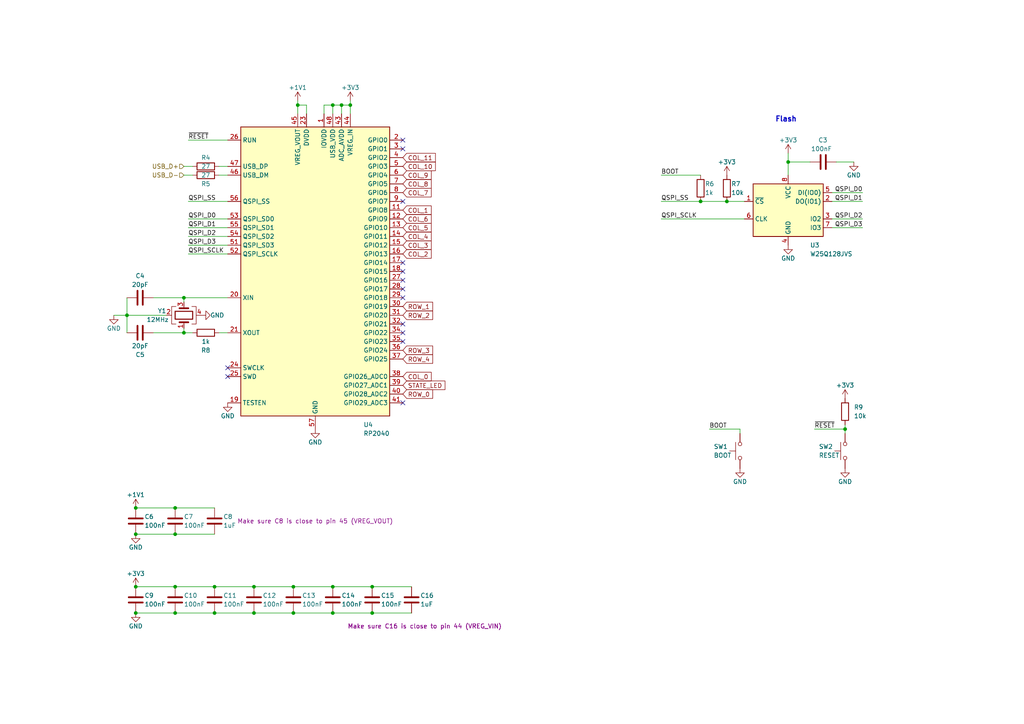
<source format=kicad_sch>
(kicad_sch (version 20230121) (generator eeschema)
  (paper "A4")
  (lib_symbols
    (symbol "Device:C" (pin_numbers hide) (pin_names (offset 0.254))
      (property "Reference" "C" (at 0.635 2.54 0))
      (property "Value" "C" (at 0.635 -2.54 0))
      (symbol "C_0_1"
        (polyline (pts (xy -2.032 -0.762) (xy 2.032 -0.762)) (stroke (width 0.508)))
        (polyline (pts (xy -2.032 0.762) (xy 2.032 0.762)) (stroke (width 0.508)))
      )
      (symbol "C_1_1"
        (pin passive line (at 0 3.81 270) (length 2.794) (name "~") (number "1"))
        (pin passive line (at 0 -3.81 90) (length 2.794) (name "~") (number "2"))
      )
    )
    (symbol "Device:Crystal_GND24" (pin_names (offset 1.016) hide)
      (property "Reference" "Y" (at 3.175 5.08 0))
      (property "Value" "Crystal_GND24" (at 3.175 3.175 0))
      (symbol "Crystal_GND24_0_1"
        (rectangle (start -1.143 2.54) (end 1.143 -2.54) (stroke (width 0.3048)))
        (polyline (pts (xy -2.54 0) (xy -2.032 0)))
        (polyline (pts (xy -2.032 -1.27) (xy -2.032 1.27)) (stroke (width 0.508)))
        (polyline (pts (xy 0 -3.81) (xy 0 -3.556)))
        (polyline (pts (xy 0 3.556) (xy 0 3.81)))
        (polyline (pts (xy 2.032 -1.27) (xy 2.032 1.27)) (stroke (width 0.508)))
        (polyline (pts (xy 2.032 0) (xy 2.54 0)))
        (polyline (pts (xy -2.54 -2.286) (xy -2.54 -3.556) (xy 2.54 -3.556) (xy 2.54 -2.286)))
        (polyline (pts (xy -2.54 2.286) (xy -2.54 3.556) (xy 2.54 3.556) (xy 2.54 2.286)))
      )
      (symbol "Crystal_GND24_1_1"
        (pin passive line (at -3.81 0 0) (length 1.27) (name "1") (number "1"))
        (pin passive line (at 0 5.08 270) (length 1.27) (name "2") (number "2"))
        (pin passive line (at 3.81 0 180) (length 1.27) (name "3") (number "3"))
        (pin passive line (at 0 -5.08 90) (length 1.27) (name "4") (number "4"))
      )
    )
    (symbol "Device:R" (pin_numbers hide) (pin_names (offset 0))
      (property "Reference" "R" (at 2.032 0 90))
      (property "Value" "R" (at 0 0 90))
      (symbol "R_0_1"
        (rectangle (start -1.016 -2.54) (end 1.016 2.54) (stroke (width 0.254)))
      )
      (symbol "R_1_1"
        (pin passive line (at 0 3.81 270) (length 1.27) (name "~") (number "1"))
        (pin passive line (at 0 -3.81 90) (length 1.27) (name "~") (number "2"))
      )
    )
    (symbol "MCU_RaspberryPi:RP2040"
      (property "Reference" "U" (at 17.78 45.72 0))
      (property "Value" "RP2040" (at 17.78 43.18 0))
      (symbol "RP2040_0_1"
        (rectangle (start -21.59 41.91) (end 21.59 -41.91) (stroke (width 0.254)) (fill (type background)))
      )
      (symbol "RP2040_1_1"
        (pin power_in line (at 2.54 45.72 270) (length 3.81) (name "IOVDD") (number "1"))
        (pin passive line (at 2.54 45.72 270) (length 3.81) hide (name "IOVDD") (number "10"))
        (pin bidirectional line (at 25.4 17.78 180) (length 3.81) (name "GPIO8") (number "11"))
        (pin bidirectional line (at 25.4 15.24 180) (length 3.81) (name "GPIO9") (number "12"))
        (pin bidirectional line (at 25.4 12.7 180) (length 3.81) (name "GPIO10") (number "13"))
        (pin bidirectional line (at 25.4 10.16 180) (length 3.81) (name "GPIO11") (number "14"))
        (pin bidirectional line (at 25.4 7.62 180) (length 3.81) (name "GPIO12") (number "15"))
        (pin bidirectional line (at 25.4 5.08 180) (length 3.81) (name "GPIO13") (number "16"))
        (pin bidirectional line (at 25.4 2.54 180) (length 3.81) (name "GPIO14") (number "17"))
        (pin bidirectional line (at 25.4 0 180) (length 3.81) (name "GPIO15") (number "18"))
        (pin input line (at -25.4 -38.1 0) (length 3.81) (name "TESTEN") (number "19"))
        (pin bidirectional line (at 25.4 38.1 180) (length 3.81) (name "GPIO0") (number "2"))
        (pin input line (at -25.4 -7.62 0) (length 3.81) (name "XIN") (number "20"))
        (pin passive line (at -25.4 -17.78 0) (length 3.81) (name "XOUT") (number "21"))
        (pin passive line (at 2.54 45.72 270) (length 3.81) hide (name "IOVDD") (number "22"))
        (pin power_in line (at -2.54 45.72 270) (length 3.81) (name "DVDD") (number "23"))
        (pin output line (at -25.4 -27.94 0) (length 3.81) (name "SWCLK") (number "24"))
        (pin bidirectional line (at -25.4 -30.48 0) (length 3.81) (name "SWD") (number "25"))
        (pin input line (at -25.4 38.1 0) (length 3.81) (name "RUN") (number "26"))
        (pin bidirectional line (at 25.4 -2.54 180) (length 3.81) (name "GPIO16") (number "27"))
        (pin bidirectional line (at 25.4 -5.08 180) (length 3.81) (name "GPIO17") (number "28"))
        (pin bidirectional line (at 25.4 -7.62 180) (length 3.81) (name "GPIO18") (number "29"))
        (pin bidirectional line (at 25.4 35.56 180) (length 3.81) (name "GPIO1") (number "3"))
        (pin bidirectional line (at 25.4 -10.16 180) (length 3.81) (name "GPIO19") (number "30"))
        (pin bidirectional line (at 25.4 -12.7 180) (length 3.81) (name "GPIO20") (number "31"))
        (pin bidirectional line (at 25.4 -15.24 180) (length 3.81) (name "GPIO21") (number "32"))
        (pin passive line (at 2.54 45.72 270) (length 3.81) hide (name "IOVDD") (number "33"))
        (pin bidirectional line (at 25.4 -17.78 180) (length 3.81) (name "GPIO22") (number "34"))
        (pin bidirectional line (at 25.4 -20.32 180) (length 3.81) (name "GPIO23") (number "35"))
        (pin bidirectional line (at 25.4 -22.86 180) (length 3.81) (name "GPIO24") (number "36"))
        (pin bidirectional line (at 25.4 -25.4 180) (length 3.81) (name "GPIO25") (number "37"))
        (pin bidirectional line (at 25.4 -30.48 180) (length 3.81) (name "GPIO26_ADC0") (number "38"))
        (pin bidirectional line (at 25.4 -33.02 180) (length 3.81) (name "GPIO27_ADC1") (number "39"))
        (pin bidirectional line (at 25.4 33.02 180) (length 3.81) (name "GPIO2") (number "4"))
        (pin bidirectional line (at 25.4 -35.56 180) (length 3.81) (name "GPIO28_ADC2") (number "40"))
        (pin bidirectional line (at 25.4 -38.1 180) (length 3.81) (name "GPIO29_ADC3") (number "41"))
        (pin passive line (at 2.54 45.72 270) (length 3.81) hide (name "IOVDD") (number "42"))
        (pin power_in line (at 7.62 45.72 270) (length 3.81) (name "ADC_AVDD") (number "43"))
        (pin power_in line (at 10.16 45.72 270) (length 3.81) (name "VREG_IN") (number "44"))
        (pin power_out line (at -5.08 45.72 270) (length 3.81) (name "VREG_VOUT") (number "45"))
        (pin bidirectional line (at -25.4 27.94 0) (length 3.81) (name "USB_DM") (number "46"))
        (pin bidirectional line (at -25.4 30.48 0) (length 3.81) (name "USB_DP") (number "47"))
        (pin power_in line (at 5.08 45.72 270) (length 3.81) (name "USB_VDD") (number "48"))
        (pin passive line (at 2.54 45.72 270) (length 3.81) hide (name "IOVDD") (number "49"))
        (pin bidirectional line (at 25.4 30.48 180) (length 3.81) (name "GPIO3") (number "5"))
        (pin passive line (at -2.54 45.72 270) (length 3.81) hide (name "DVDD") (number "50"))
        (pin bidirectional line (at -25.4 7.62 0) (length 3.81) (name "QSPI_SD3") (number "51"))
        (pin output line (at -25.4 5.08 0) (length 3.81) (name "QSPI_SCLK") (number "52"))
        (pin bidirectional line (at -25.4 15.24 0) (length 3.81) (name "QSPI_SD0") (number "53"))
        (pin bidirectional line (at -25.4 10.16 0) (length 3.81) (name "QSPI_SD2") (number "54"))
        (pin bidirectional line (at -25.4 12.7 0) (length 3.81) (name "QSPI_SD1") (number "55"))
        (pin bidirectional line (at -25.4 20.32 0) (length 3.81) (name "QSPI_SS") (number "56"))
        (pin power_in line (at 0 -45.72 90) (length 3.81) (name "GND") (number "57"))
        (pin bidirectional line (at 25.4 27.94 180) (length 3.81) (name "GPIO4") (number "6"))
        (pin bidirectional line (at 25.4 25.4 180) (length 3.81) (name "GPIO5") (number "7"))
        (pin bidirectional line (at 25.4 22.86 180) (length 3.81) (name "GPIO6") (number "8"))
        (pin bidirectional line (at 25.4 20.32 180) (length 3.81) (name "GPIO7") (number "9"))
      )
    )
    (symbol "Memory_Flash:W25Q128JVS"
      (property "Reference" "U" (at -8.89 8.89 0))
      (property "Value" "W25Q128JVS" (at 7.62 8.89 0))
      (symbol "W25Q128JVS_0_1"
        (rectangle (start -10.16 7.62) (end 10.16 -7.62) (stroke (width 0.254)) (fill (type background)))
      )
      (symbol "W25Q128JVS_1_1"
        (pin input line (at -12.7 2.54 0) (length 2.54) (name "~{CS}") (number "1"))
        (pin bidirectional line (at 12.7 2.54 180) (length 2.54) (name "DO(IO1)") (number "2"))
        (pin bidirectional line (at 12.7 -2.54 180) (length 2.54) (name "IO2") (number "3"))
        (pin power_in line (at 0 -10.16 90) (length 2.54) (name "GND") (number "4"))
        (pin bidirectional line (at 12.7 5.08 180) (length 2.54) (name "DI(IO0)") (number "5"))
        (pin input line (at -12.7 -2.54 0) (length 2.54) (name "CLK") (number "6"))
        (pin bidirectional line (at 12.7 -5.08 180) (length 2.54) (name "IO3") (number "7"))
        (pin power_in line (at 0 10.16 270) (length 2.54) (name "VCC") (number "8"))
      )
    )
    (symbol "SW_Push_1" (pin_numbers hide) (pin_names (offset 1.016) hide)
      (property "Reference" "SW1" (at -7.62 1.27 90))
      (property "Value" "BOOT" (at -7.62 -1.27 90))
      (symbol "SW_Push_1_0_1"
        (circle (center -2.032 0) (radius 0.508))
        (polyline (pts (xy 0 1.27) (xy 0 3.048)))
        (polyline (pts (xy 2.54 1.27) (xy -2.54 1.27)))
        (circle (center 2.032 0) (radius 0.508))
        (pin passive line (at -5.08 0 0) (length 2.54) (name "1") (number "1"))
        (pin passive line (at 5.08 0 180) (length 2.54) (name "2") (number "2"))
      )
    )
    (symbol "Switch:SW_Push" (pin_numbers hide) (pin_names (offset 1.016) hide)
      (property "Reference" "SW2" (at -8.89 1.27 90))
      (property "Value" "RESET" (at -8.89 -1.27 90))
      (symbol "SW_Push_0_1"
        (circle (center -2.032 0) (radius 0.508))
        (polyline (pts (xy 0 1.27) (xy 0 3.048)))
        (polyline (pts (xy 2.54 1.27) (xy -2.54 1.27)))
        (circle (center 2.032 0) (radius 0.508))
        (pin passive line (at -5.08 0 0) (length 2.54) (name "1") (number "1"))
        (pin passive line (at 5.08 0 180) (length 2.54) (name "2") (number "2"))
      )
    )
    (symbol "power:+1V1" (power) (pin_names (offset 0))
      (property "Value" "+1V1" (at 0 3.556 0))
      (symbol "+1V1_0_1"
        (polyline (pts (xy -0.762 1.27) (xy 0 2.54)))
        (polyline (pts (xy 0 0) (xy 0 2.54)))
        (polyline (pts (xy 0 2.54) (xy 0.762 1.27)))
      )
      (symbol "+1V1_1_1"
        (pin power_in line (at 0 0 90) (length 0) hide (name "+1V1") (number "1"))
      )
    )
    (symbol "power:+3V3" (power) (pin_names (offset 0))
      (property "Value" "+3V3" (at 0 3.556 0))
      (symbol "+3V3_0_1"
        (polyline (pts (xy -0.762 1.27) (xy 0 2.54)))
        (polyline (pts (xy 0 0) (xy 0 2.54)))
        (polyline (pts (xy 0 2.54) (xy 0.762 1.27)))
      )
      (symbol "+3V3_1_1"
        (pin power_in line (at 0 0 90) (length 0) hide (name "+3V3") (number "1"))
      )
    )
    (symbol "power:GND" (power) (pin_names (offset 0))
      (property "Value" "GND" (at 0 -3.81 0))
      (symbol "GND_0_1"
        (polyline (pts (xy 0 0) (xy 0 -1.27) (xy 1.27 -1.27) (xy 0 -2.54) (xy -1.27 -1.27) (xy 0 -1.27)))
      )
      (symbol "GND_1_1"
        (pin power_in line (at 0 0 270) (length 0) hide (name "GND") (number "1"))
      )
    )
  )
  (junction (at 210.82 58.42))
  (junction (at 101.6 30.48))
  (junction (at 50.8 177.8))
  (junction (at 73.66 177.8))
  (junction (at 96.52 170.18))
  (junction (at 85.09 170.18))
  (junction (at 96.52 177.8))
  (junction (at 62.23 177.8))
  (junction (at 39.37 177.8))
  (junction (at 39.37 154.94))
  (junction (at 245.11 124.46))
  (junction (at 107.95 177.8))
  (junction (at 53.34 96.52))
  (junction (at 85.09 177.8))
  (junction (at 203.2 58.42))
  (junction (at 73.66 170.18))
  (junction (at 39.37 147.32))
  (junction (at 86.36 30.48))
  (junction (at 96.52 30.48))
  (junction (at 39.37 170.18))
  (junction (at 99.06 30.48))
  (junction (at 107.95 170.18))
  (junction (at 50.8 154.94))
  (junction (at 50.8 147.32))
  (junction (at 228.6 46.99))
  (junction (at 53.34 86.36))
  (junction (at 62.23 170.18))
  (junction (at 50.8 170.18))
  (junction (at 36.83 91.44))
  (no_connect (at 116.84 40.64))
  (no_connect (at 116.84 43.18))
  (no_connect (at 116.84 83.82))
  (no_connect (at 116.84 86.36))
  (no_connect (at 116.84 93.98))
  (no_connect (at 116.84 116.84))
  (no_connect (at 116.84 58.42))
  (no_connect (at 116.84 76.2))
  (no_connect (at 116.84 78.74))
  (no_connect (at 116.84 81.28))
  (no_connect (at 116.84 96.52))
  (no_connect (at 116.84 99.06))
  (no_connect (at 66.04 106.68))
  (no_connect (at 66.04 109.22))
  (wire (pts (xy 250.19 58.42) (xy 241.3 58.42)))
  (wire (pts (xy 53.34 95.25) (xy 53.34 96.52)))
  (wire (pts (xy 96.52 170.18) (xy 107.95 170.18)))
  (wire (pts (xy 73.66 170.18) (xy 85.09 170.18)))
  (wire (pts (xy 54.61 73.66) (xy 66.04 73.66)))
  (wire (pts (xy 62.23 170.18) (xy 73.66 170.18)))
  (wire (pts (xy 39.37 147.32) (xy 50.8 147.32)))
  (wire (pts (xy 63.5 48.26) (xy 66.04 48.26)))
  (wire (pts (xy 96.52 30.48) (xy 99.06 30.48)))
  (wire (pts (xy 191.77 50.8) (xy 203.2 50.8)))
  (wire (pts (xy 86.36 30.48) (xy 86.36 33.02)))
  (wire (pts (xy 250.19 55.88) (xy 241.3 55.88)))
  (wire (pts (xy 96.52 177.8) (xy 107.95 177.8)))
  (wire (pts (xy 96.52 30.48) (xy 96.52 33.02)))
  (wire (pts (xy 54.61 66.04) (xy 66.04 66.04)))
  (wire (pts (xy 50.8 154.94) (xy 62.23 154.94)))
  (wire (pts (xy 62.23 177.8) (xy 73.66 177.8)))
  (wire (pts (xy 191.77 63.5) (xy 215.9 63.5)))
  (wire (pts (xy 86.36 29.21) (xy 86.36 30.48)))
  (wire (pts (xy 107.95 170.18) (xy 119.38 170.18)))
  (wire (pts (xy 245.11 125.73) (xy 245.11 124.46)))
  (wire (pts (xy 93.98 30.48) (xy 96.52 30.48)))
  (wire (pts (xy 54.61 63.5) (xy 66.04 63.5)))
  (wire (pts (xy 210.82 58.42) (xy 215.9 58.42)))
  (wire (pts (xy 53.34 48.26) (xy 55.88 48.26)))
  (wire (pts (xy 250.19 66.04) (xy 241.3 66.04)))
  (wire (pts (xy 236.22 124.46) (xy 245.11 124.46)))
  (wire (pts (xy 63.5 50.8) (xy 66.04 50.8)))
  (wire (pts (xy 54.61 68.58) (xy 66.04 68.58)))
  (wire (pts (xy 250.19 63.5) (xy 241.3 63.5)))
  (wire (pts (xy 39.37 170.18) (xy 50.8 170.18)))
  (wire (pts (xy 93.98 30.48) (xy 93.98 33.02)))
  (wire (pts (xy 39.37 154.94) (xy 50.8 154.94)))
  (wire (pts (xy 228.6 44.45) (xy 228.6 46.99)))
  (wire (pts (xy 85.09 170.18) (xy 96.52 170.18)))
  (wire (pts (xy 191.77 58.42) (xy 203.2 58.42)))
  (wire (pts (xy 50.8 147.32) (xy 62.23 147.32)))
  (wire (pts (xy 73.66 177.8) (xy 85.09 177.8)))
  (wire (pts (xy 99.06 30.48) (xy 99.06 33.02)))
  (wire (pts (xy 101.6 30.48) (xy 99.06 30.48)))
  (wire (pts (xy 234.95 46.99) (xy 228.6 46.99)))
  (wire (pts (xy 50.8 170.18) (xy 62.23 170.18)))
  (wire (pts (xy 33.02 91.44) (xy 36.83 91.44)))
  (wire (pts (xy 86.36 30.48) (xy 88.9 30.48)))
  (wire (pts (xy 53.34 96.52) (xy 55.88 96.52)))
  (wire (pts (xy 54.61 58.42) (xy 66.04 58.42)))
  (wire (pts (xy 247.65 46.99) (xy 242.57 46.99)))
  (wire (pts (xy 101.6 33.02) (xy 101.6 30.48)))
  (wire (pts (xy 39.37 177.8) (xy 50.8 177.8)))
  (wire (pts (xy 245.11 124.46) (xy 245.11 123.19)))
  (wire (pts (xy 85.09 177.8) (xy 96.52 177.8)))
  (wire (pts (xy 203.2 58.42) (xy 210.82 58.42)))
  (wire (pts (xy 228.6 46.99) (xy 228.6 50.8)))
  (wire (pts (xy 214.63 124.46) (xy 214.63 125.73)))
  (wire (pts (xy 107.95 177.8) (xy 119.38 177.8)))
  (wire (pts (xy 53.34 50.8) (xy 55.88 50.8)))
  (wire (pts (xy 36.83 86.36) (xy 36.83 91.44)))
  (wire (pts (xy 36.83 91.44) (xy 48.26 91.44)))
  (wire (pts (xy 53.34 86.36) (xy 53.34 87.63)))
  (wire (pts (xy 36.83 91.44) (xy 36.83 96.52)))
  (wire (pts (xy 54.61 40.64) (xy 66.04 40.64)))
  (wire (pts (xy 88.9 30.48) (xy 88.9 33.02)))
  (wire (pts (xy 54.61 71.12) (xy 66.04 71.12)))
  (wire (pts (xy 50.8 177.8) (xy 62.23 177.8)))
  (wire (pts (xy 44.45 86.36) (xy 53.34 86.36)))
  (wire (pts (xy 205.74 124.46) (xy 214.63 124.46)))
  (wire (pts (xy 44.45 96.52) (xy 53.34 96.52)))
  (wire (pts (xy 63.5 96.52) (xy 66.04 96.52)))
  (wire (pts (xy 101.6 29.21) (xy 101.6 30.48)))
  (wire (pts (xy 53.34 86.36) (xy 66.04 86.36)))
  (text "Flash" (at 224.79 35.56 0) (effects (font (size 1.5 1.5) bold) (justify left bottom)))
  (label "QSPI_SS" (at 54.61 58.42 0))
  (label "~{RESET}" (at 236.22 124.46 0))
  (label "~{RESET}" (at 54.61 40.64 0))
  (label "QSPI_D2" (at 250.19 63.5 180))
  (label "QSPI_D1" (at 54.61 66.04 0))
  (label "QSPI_D0" (at 54.61 63.5 0))
  (label "QSPI_D0" (at 250.19 55.88 180))
  (label "BOOT" (at 205.74 124.46 0))
  (label "QSPI_SS" (at 191.77 58.42 0))
  (label "QSPI_SCLK" (at 191.77 63.5 0))
  (label "QSPI_D3" (at 54.61 71.12 0))
  (label "BOOT" (at 191.77 50.8 0))
  (label "QSPI_D2" (at 54.61 68.58 0))
  (label "QSPI_D3" (at 250.19 66.04 180))
  (label "QSPI_SCLK" (at 54.61 73.66 0))
  (label "QSPI_D1" (at 250.19 58.42 180))
  (global_label "COL_2" (shape input) (at 116.84 73.66 0) (property "Intersheetrefs" "${INTERSHEET_REFS}" (effects hide)))
  (global_label "ROW_1" (shape input) (at 116.84 88.9 0) (property "Intersheetrefs" "${INTERSHEET_REFS}" (effects hide)))
  (global_label "ROW_0" (shape input) (at 116.84 114.3 0) (property "Intersheetrefs" "${INTERSHEET_REFS}" (effects hide)))
  (global_label "COL_10" (shape input) (at 116.84 48.26 0) (property "Intersheetrefs" "${INTERSHEET_REFS}" (effects hide)))
  (global_label "COL_8" (shape input) (at 116.84 53.34 0) (property "Intersheetrefs" "${INTERSHEET_REFS}" (effects hide)))
  (global_label "COL_0" (shape input) (at 116.84 109.22 0) (property "Intersheetrefs" "${INTERSHEET_REFS}" (effects hide)))
  (global_label "COL_9" (shape input) (at 116.84 50.8 0) (property "Intersheetrefs" "${INTERSHEET_REFS}" (effects hide)))
  (global_label "ROW_4" (shape input) (at 116.84 104.14 0) (property "Intersheetrefs" "${INTERSHEET_REFS}" (effects hide)))
  (global_label "COL_11" (shape input) (at 116.84 45.72 0) (property "Intersheetrefs" "${INTERSHEET_REFS}" (effects hide)))
  (global_label "COL_5" (shape input) (at 116.84 66.04 0) (property "Intersheetrefs" "${INTERSHEET_REFS}" (effects hide)))
  (global_label "COL_6" (shape input) (at 116.84 63.5 0) (property "Intersheetrefs" "${INTERSHEET_REFS}" (effects hide)))
  (global_label "ROW_3" (shape input) (at 116.84 101.6 0) (property "Intersheetrefs" "${INTERSHEET_REFS}" (effects hide)))
  (global_label "COL_4" (shape input) (at 116.84 68.58 0) (property "Intersheetrefs" "${INTERSHEET_REFS}" (effects hide)))
  (global_label "COL_3" (shape input) (at 116.84 71.12 0) (property "Intersheetrefs" "${INTERSHEET_REFS}" (effects hide)))
  (global_label "COL_7" (shape input) (at 116.84 55.88 0) (property "Intersheetrefs" "${INTERSHEET_REFS}" (effects hide)))
  (global_label "ROW_2" (shape input) (at 116.84 91.44 0) (property "Intersheetrefs" "${INTERSHEET_REFS}" (effects hide)))
  (global_label "COL_1" (shape input) (at 116.84 60.96 0) (property "Intersheetrefs" "${INTERSHEET_REFS}" (effects hide)))
  (global_label "STATE_LED" (shape input) (at 116.84 111.76 0) (property "Intersheetrefs" "${INTERSHEET_REFS}" (effects hide)))
  (hierarchical_label "USB_D+" (shape input) (at 53.34 48.26 180))
  (hierarchical_label "USB_D-" (shape input) (at 53.34 50.8 180))
  (symbol (lib_id "power:GND") (at 91.44 124.46 0) (unit 1)
    (property "Reference" "#PWR026" (effects hide))
    (property "Value" "GND" (at 91.44 128.27 0))
  )
  (symbol (lib_id "Device:C") (at 39.37 173.99 0) (unit 1)
    (property "Reference" "C9" (at 41.91 172.72 0) (effects (justify left)))
    (property "Value" "100nF" (at 41.91 175.26 0) (effects (justify left)))
    (property "Footprint" "Capacitor_SMD:C_0402_1005Metric" (effects hide))
    (property "MFR. Part #" "CL05B104KB54PNC " (effects hide))
    (property "LCSC" "C307331" (effects hide))
  )
  (symbol (lib_id "Device:R") (at 59.69 50.8 90) (unit 1)
    (property "Reference" "R5" (at 59.69 53.34 90))
    (property "Value" "27" (at 59.69 50.8 90))
    (property "Footprint" "Resistor_SMD:R_0603_1608Metric" (effects hide))
    (property "MFR. Part #" "0603WAF270JT5E" (effects hide))
    (property "LCSC" "C25190" (effects hide))
  )
  (symbol (lib_id "Device:Crystal_GND24") (at 53.34 91.44 90) (unit 1)
    (property "Reference" "Y1" (at 46.99 90.17 90))
    (property "Value" "12MHz" (at 45.72 92.71 90))
    (property "Footprint" "Crystal:Crystal_SMD_3225-4Pin_3.2x2.5mm" (effects hide))
    (property "MFR. Part #" "X322512MSB4SI" (effects hide))
    (property "LCSC" "C9002" (effects hide))
  )
  (symbol (lib_id "Device:C") (at 40.64 86.36 90) (unit 1)
    (property "Reference" "C4" (at 40.64 80.01 90))
    (property "Value" "20pF" (at 40.64 82.55 90))
    (property "Footprint" "Capacitor_SMD:C_0402_1005Metric" (effects hide))
    (property "MFR. Part #" "0402CG200J500NT" (effects hide))
    (property "LCSC" "C1554" (effects hide))
  )
  (symbol (lib_id "Device:C") (at 238.76 46.99 90) (unit 1)
    (property "Reference" "C3" (at 240.03 40.64 90) (effects (justify left)))
    (property "Value" "100nF" (at 241.3 43.18 90) (effects (justify left)))
    (property "Footprint" "Capacitor_SMD:C_0402_1005Metric" (effects hide))
    (property "MFR. Part #" "CL05B104KB54PNC " (effects hide))
    (property "LCSC" "C307331" (effects hide))
  )
  (symbol (lib_id "Device:R") (at 203.2 54.61 0) (mirror y) (unit 1)
    (property "Reference" "R6" (at 204.47 53.34 0) (effects (justify right)))
    (property "Value" "1k" (at 204.47 55.88 0) (effects (justify right)))
    (property "Footprint" "Resistor_SMD:R_0402_1005Metric" (effects hide))
    (property "MFR. Part #" "0402WGF1001TCE " (effects hide))
    (property "LCSC" "C11702" (effects hide))
  )
  (symbol (lib_id "power:GND") (at 247.65 46.99 0) (unit 1)
    (property "Reference" "#PWR018" (effects hide))
    (property "Value" "GND" (at 247.65 50.8 0))
  )
  (symbol (lib_id "power:GND") (at 214.63 135.89 0) (unit 1)
    (property "Reference" "#PWR027" (effects hide))
    (property "Value" "GND" (at 214.63 139.7 0))
  )
  (symbol (lib_id "power:GND") (at 58.42 91.44 90) (unit 1)
    (property "Reference" "#PWR023" (effects hide))
    (property "Value" "GND" (at 60.96 91.44 90) (effects (justify right)))
  )
  (symbol (lib_id "Switch:SW_Push") (at 245.11 130.81 90) (unit 1)
    (property "Reference" "SW2" (at 237.49 129.54 90) (effects (justify right)))
    (property "Value" "RESET" (at 237.49 132.08 90) (effects (justify right)))
    (property "Footprint" "Button_Switch_SMD:SW_SPST_CK_RS282G05A3" (effects hide))
    (property "MFR. Part #" "GT-TC060B-H027-L1" (effects hide))
    (property "LCSC" "C5117871" (effects hide))
  )
  (symbol (lib_id "Device:C") (at 40.64 96.52 90) (unit 1)
    (property "Reference" "C5" (at 40.64 102.87 90))
    (property "Value" "20pF" (at 40.64 100.33 90))
    (property "Footprint" "Capacitor_SMD:C_0402_1005Metric" (effects hide))
    (property "MFR. Part #" "0402CG200J500NT" (effects hide))
    (property "LCSC" "C1554" (effects hide))
  )
  (symbol (lib_id "Device:C") (at 62.23 173.99 0) (unit 1)
    (property "Reference" "C11" (at 64.77 172.72 0) (effects (justify left)))
    (property "Value" "100nF" (at 64.77 175.26 0) (effects (justify left)))
    (property "Footprint" "Capacitor_SMD:C_0402_1005Metric" (effects hide))
    (property "MFR. Part #" "CL05B104KB54PNC " (effects hide))
    (property "LCSC" "C307331" (effects hide))
  )
  (symbol (lib_name "SW_Push_1") (lib_id "Switch:SW_Push") (at 214.63 130.81 90) (unit 1)
    (property "Reference" "SW1" (at 207.01 129.54 90) (effects (justify right)))
    (property "Value" "BOOT" (at 207.01 132.08 90) (effects (justify right)))
    (property "Footprint" "Button_Switch_SMD:SW_SPST_CK_RS282G05A3" (effects hide))
    (property "MFR. Part #" "GT-TC060B-H027-L1" (effects hide))
    (property "LCSC" "C5117871" (effects hide))
  )
  (symbol (lib_id "Device:C") (at 119.38 173.99 0) (unit 1)
    (property "Reference" "C16" (at 121.92 172.72 0) (effects (justify left)))
    (property "Value" "1uF" (at 121.92 175.26 0) (effects (justify left)))
    (property "Footprint" "Capacitor_SMD:C_0402_1005Metric" (effects hide))
    (property "MFR. Part #" "CL05A105KA5NQNC" (effects hide))
    (property "Note" "Make sure ${REFERENCE} is close to pin 44 (VREG_VIN)" (at 123.19 181.61 0))
    (property "LCSC" "C52923" (effects hide))
  )
  (symbol (lib_id "Device:C") (at 107.95 173.99 0) (unit 1)
    (property "Reference" "C15" (at 110.49 172.72 0) (effects (justify left)))
    (property "Value" "100nF" (at 110.49 175.26 0) (effects (justify left)))
    (property "Footprint" "Capacitor_SMD:C_0402_1005Metric" (effects hide))
    (property "MFR. Part #" "CL05B104KB54PNC " (effects hide))
    (property "LCSC" "C307331" (effects hide))
  )
  (symbol (lib_id "power:GND") (at 39.37 154.94 0) (unit 1)
    (property "Reference" "#PWR030" (effects hide))
    (property "Value" "GND" (at 39.37 158.75 0))
  )
  (symbol (lib_id "MCU_RaspberryPi:RP2040") (at 91.44 78.74 0) (unit 1)
    (property "Reference" "U4" (at 105.41 123.19 0) (effects (justify left)))
    (property "Value" "RP2040" (at 105.41 125.73 0) (effects (justify left)))
    (property "Footprint" "Package_DFN_QFN:QFN-56-1EP_7x7mm_P0.4mm_EP3.2x3.2mm" (effects hide))
    (property "Datasheet" "https://datasheets.raspberrypi.com/rp2040/rp2040-datasheet.pdf" (effects hide))
    (property "MFR. Part #" "RP2040" (effects hide))
    (property "LCSC" "C2040" (effects hide))
  )
  (symbol (lib_id "Device:C") (at 50.8 151.13 0) (unit 1)
    (property "Reference" "C7" (at 53.34 149.86 0) (effects (justify left)))
    (property "Value" "100nF" (at 53.34 152.4 0) (effects (justify left)))
    (property "Footprint" "Capacitor_SMD:C_0402_1005Metric" (effects hide))
    (property "MFR. Part #" "CL05B104KB54PNC " (effects hide))
    (property "LCSC" "C307331" (effects hide))
  )
  (symbol (lib_id "power:GND") (at 33.02 91.44 0) (unit 1)
    (property "Reference" "#PWR022" (effects hide))
    (property "Value" "GND" (at 33.02 95.25 0))
  )
  (symbol (lib_id "Device:R") (at 245.11 119.38 0) (unit 1)
    (property "Reference" "R9" (at 247.65 118.1099 0) (effects (justify left)))
    (property "Value" "10k" (at 247.65 120.6499 0) (effects (justify left)))
    (property "Footprint" "Resistor_SMD:R_0402_1005Metric" (effects hide))
    (property "MFR. Part #" "0402WGF1002TCE " (effects hide))
    (property "LCSC" "C25744" (effects hide))
  )
  (symbol (lib_id "power:+1V1") (at 39.37 147.32 0) (unit 1)
    (property "Reference" "#PWR029" (effects hide))
    (property "Value" "+1V1" (at 39.37 143.51 0))
  )
  (symbol (lib_id "Device:R") (at 59.69 48.26 90) (unit 1)
    (property "Reference" "R4" (at 59.69 45.72 90))
    (property "Value" "27" (at 59.69 48.26 90))
    (property "Footprint" "Resistor_SMD:R_0603_1608Metric" (effects hide))
    (property "MFR. Part #" "0603WAF270JT5E" (effects hide))
    (property "LCSC" "C25190" (effects hide))
  )
  (symbol (lib_id "power:GND") (at 39.37 177.8 0) (unit 1)
    (property "Reference" "#PWR032" (effects hide))
    (property "Value" "GND" (at 39.37 181.61 0))
  )
  (symbol (lib_id "Device:R") (at 59.69 96.52 90) (unit 1)
    (property "Reference" "R8" (at 59.69 101.6 90))
    (property "Value" "1k" (at 59.69 99.06 90))
    (property "Footprint" "Resistor_SMD:R_0402_1005Metric" (effects hide))
    (property "MFR. Part #" "0402WGF1001TCE " (effects hide))
    (property "LCSC" "C11702" (effects hide))
  )
  (symbol (lib_id "power:+3V3") (at 210.82 50.8 0) (unit 1)
    (property "Reference" "#PWR019" (effects hide))
    (property "Value" "+3V3" (at 210.82 46.99 0))
  )
  (symbol (lib_id "Device:C") (at 73.66 173.99 0) (unit 1)
    (property "Reference" "C12" (at 76.2 172.72 0) (effects (justify left)))
    (property "Value" "100nF" (at 76.2 175.26 0) (effects (justify left)))
    (property "Footprint" "Capacitor_SMD:C_0402_1005Metric" (effects hide))
    (property "MFR. Part #" "CL05B104KB54PNC " (effects hide))
    (property "LCSC" "C307331" (effects hide))
  )
  (symbol (lib_id "Memory_Flash:W25Q128JVS") (at 228.6 60.96 0) (unit 1)
    (property "Reference" "U3" (at 234.95 71.12 0) (effects (justify left)))
    (property "Value" "W25Q128JVS" (at 234.95 73.66 0) (effects (justify left)))
    (property "Footprint" "Package_SO:SOIC-8_5.23x5.23mm_P1.27mm" (effects hide))
    (property "Datasheet" "http://www.winbond.com/resource-files/w25q128jv_dtr%20revc%2003272018%20plus.pdf" (effects hide))
    (property "LCSC" "C97521" (effects hide))
    (property "MFR. Part #" "W25Q128JVSIQ" (effects hide))
  )
  (symbol (lib_id "power:+3V3") (at 101.6 29.21 0) (unit 1)
    (property "Reference" "#PWR015" (effects hide))
    (property "Value" "+3V3" (at 101.6 25.4 0))
  )
  (symbol (lib_id "Device:C") (at 39.37 151.13 0) (unit 1)
    (property "Reference" "C6" (at 41.91 149.86 0) (effects (justify left)))
    (property "Value" "100nF" (at 41.91 152.4 0) (effects (justify left)))
    (property "Footprint" "Capacitor_SMD:C_0402_1005Metric" (effects hide))
    (property "MFR. Part #" "CL05B104KB54PNC " (effects hide))
    (property "LCSC" "C307331" (effects hide))
  )
  (symbol (lib_id "Device:C") (at 50.8 173.99 0) (unit 1)
    (property "Reference" "C10" (at 53.34 172.72 0) (effects (justify left)))
    (property "Value" "100nF" (at 53.34 175.26 0) (effects (justify left)))
    (property "Footprint" "Capacitor_SMD:C_0402_1005Metric" (effects hide))
    (property "MFR. Part #" "CL05B104KB54PNC " (effects hide))
    (property "LCSC" "C307331" (effects hide))
  )
  (symbol (lib_id "power:GND") (at 245.11 135.89 0) (unit 1)
    (property "Reference" "#PWR028" (effects hide))
    (property "Value" "GND" (at 245.11 139.7 0))
  )
  (symbol (lib_id "Device:C") (at 85.09 173.99 0) (unit 1)
    (property "Reference" "C13" (at 87.63 172.72 0) (effects (justify left)))
    (property "Value" "100nF" (at 87.63 175.26 0) (effects (justify left)))
    (property "Footprint" "Capacitor_SMD:C_0402_1005Metric" (effects hide))
    (property "MFR. Part #" "CL05B104KB54PNC " (effects hide))
    (property "LCSC" "C307331" (effects hide))
  )
  (symbol (lib_id "power:+3V3") (at 245.11 115.57 0) (unit 1)
    (property "Reference" "#PWR024" (effects hide))
    (property "Value" "+3V3" (at 245.11 111.76 0))
  )
  (symbol (lib_id "power:+3V3") (at 39.37 170.18 0) (unit 1)
    (property "Reference" "#PWR031" (effects hide))
    (property "Value" "+3V3" (at 39.37 166.37 0))
  )
  (symbol (lib_id "power:GND") (at 228.6 71.12 0) (unit 1)
    (property "Reference" "#PWR020" (effects hide))
    (property "Value" "GND" (at 228.6 74.93 0))
  )
  (symbol (lib_id "Device:C") (at 96.52 173.99 0) (unit 1)
    (property "Reference" "C14" (at 99.06 172.72 0) (effects (justify left)))
    (property "Value" "100nF" (at 99.06 175.26 0) (effects (justify left)))
    (property "Footprint" "Capacitor_SMD:C_0402_1005Metric" (effects hide))
    (property "MFR. Part #" "CL05B104KB54PNC " (effects hide))
    (property "LCSC" "C307331" (effects hide))
  )
  (symbol (lib_id "Device:C") (at 62.23 151.13 0) (unit 1)
    (property "Reference" "C8" (at 64.77 149.86 0) (effects (justify left)))
    (property "Value" "1uF" (at 64.77 152.4 0) (effects (justify left)))
    (property "Footprint" "Capacitor_SMD:C_0402_1005Metric" (effects hide))
    (property "MFR. Part #" "CL05A105KA5NQNC" (effects hide))
    (property "Note" "Make sure ${REFERENCE} is close to pin 45 (VREG_VOUT)" (at 91.44 151.13 0))
    (property "LCSC" "C52923" (effects hide))
  )
  (symbol (lib_id "power:+1V1") (at 86.36 29.21 0) (unit 1)
    (property "Reference" "#PWR014" (effects hide))
    (property "Value" "+1V1" (at 86.36 25.4 0))
  )
  (symbol (lib_id "power:+3V3") (at 228.6 44.45 0) (unit 1)
    (property "Reference" "#PWR017" (effects hide))
    (property "Value" "+3V3" (at 228.6 40.64 0))
  )
  (symbol (lib_id "power:GND") (at 66.04 116.84 0) (unit 1)
    (property "Reference" "#PWR025" (effects hide))
    (property "Value" "GND" (at 66.04 120.65 0))
  )
  (symbol (lib_id "Device:R") (at 210.82 54.61 0) (mirror y) (unit 1)
    (property "Reference" "R7" (at 212.09 53.34 0) (effects (justify right)))
    (property "Value" "10k" (at 212.09 55.88 0) (effects (justify right)))
    (property "Footprint" "Resistor_SMD:R_0402_1005Metric" (effects hide))
    (property "MFR. Part #" "0402WGF1002TCE " (effects hide))
    (property "LCSC" "C25744" (effects hide))
  )
)
</source>
